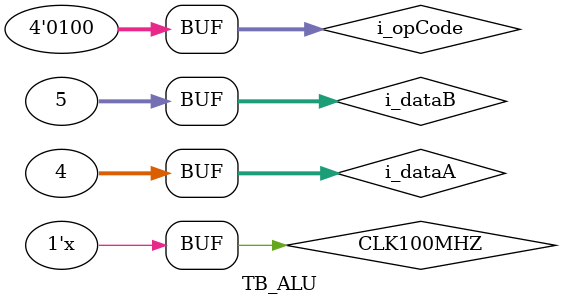
<source format=v>
`timescale 1ns / 1ps



`define lenghtIN 32
`define lenghtOP 4

module TB_ALU(
    );
	
	reg [`lenghtIN-1 : 0] i_dataA;
	reg [`lenghtIN-1 : 0] i_dataB;
	reg [`lenghtOP-1 : 0] i_opCode;
	reg CLK100MHZ;

	ALU #(.lenghtIN(`lenghtIN), .lenghtOP(`lenghtOP))
	ALU(
		.i_dataA(i_dataA),
		.i_dataB(i_dataB),
		.i_opCode(i_opCode)
		);

	initial begin
		CLK100MHZ = 0;

		i_dataA = `lenghtIN'h3;
		i_dataB = `lenghtIN'h15;//21
		i_opCode = `lenghtOP'b0000; //shift left

		#10

		i_dataA = `lenghtIN'h2;
		i_dataB = `lenghtIN'h15;
		i_opCode = `lenghtOP'b0001; //shift right logico

		#10

		i_dataA = `lenghtIN'h2;
		i_dataB = -`lenghtIN'h15;
		i_opCode = `lenghtOP'b0010; //shift right aritmetico

		#10

		i_dataA = `lenghtIN'h10;
		i_dataB = `lenghtIN'h20;
		i_opCode = `lenghtOP'b0011; //add

		#10

		i_dataA = `lenghtIN'h2;
		i_dataB = -`lenghtIN'h15;
		i_opCode = `lenghtOP'b0100; //slt compare

		#10

		i_dataA = `lenghtIN'hF0;
		i_dataB = `lenghtIN'hE4;
		i_opCode = `lenghtOP'b0101; //and

		#10

		i_dataA = `lenghtIN'h0F;
		i_dataB = `lenghtIN'h41;
		i_opCode = `lenghtOP'b0110; //or

		#10

		i_dataA = `lenghtIN'hFB;
		i_dataB = `lenghtIN'h64;
		i_opCode = `lenghtOP'b0111; //xor


		#10

		i_dataA = `lenghtIN'hFF;
		i_dataB = `lenghtIN'hFF;
		i_opCode = `lenghtOP'b0100; //slt compare


		#10

		i_dataA = `lenghtIN'hF0;
		i_dataB = `lenghtIN'h31;
		i_opCode = `lenghtOP'b1000; //nor
		#10

		i_dataA = `lenghtIN'h4;
		i_dataB = `lenghtIN'h5;
		i_opCode = `lenghtOP'b0100; //slt compare

	end

	always
		#5 CLK100MHZ = ~CLK100MHZ;
		
endmodule

</source>
